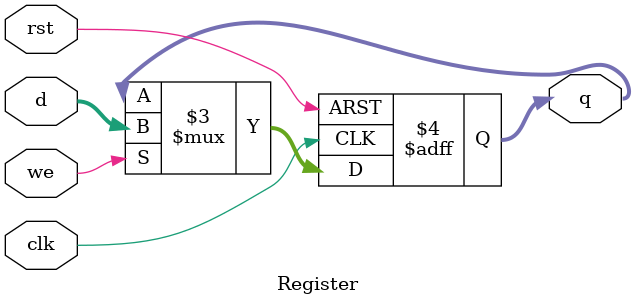
<source format=v>
/*
    CompEng 361 - Northwestern Unviersity

    Mini LC3 Microcoded Control

    Described in Lecture 08 (10/21/2024)

    Supports:
     - Operate (ADD,AND,NOT)
     - Memory Transfer (LD/ST)
     - Control (JMP)

    Extended to support instructions:
     - BR, LDR, STR

    This is a really simple microcoded design which is very similar to the
    multicycle (FSM) control that we saw previously.
 
    The biggest difference is that our FSM design was a Mealy machine.
    What we have here is equivalent to us converting that Mealy machine to a Moore machine
    by adding states so that output is only a function of current state.
    Then converting it to a microcoded implmentation.

    The design does not support self-modifying code.

*/

`define WORD_WIDTH  16
`define REG_COUNT 8
`define OP_SIZE 2
`define RF_ADDR_WIDTH 3
`define MEM_SIZE 65536
`define FN_SIZE 2

`define ADD_OPCODE 4'b0001
`define AND_OPCODE 4'b0101
`define LD_OPCODE 4'b0010
`define ST_OPCODE 4'b0011
`define NOT_OPCODE 4'b1001
`define JMP_OPCODE 4'b1100
`define BR_OPCODE  4'b0000
`define LDR_OPCODE 4'b0110
`define STR_OPCODE 4'b0111

`define UOP_CONTROL_WIDTH 16
`define OPCODE_WIDTH 4
`define STATE_WIDTH  5

module LC3DataPath(
        output [15:0] addr,
        output [15:0] dataWrite,
        input  [15:0] dataRead,
        output dataWrEn,
        input clk, input rst);

    parameter StartAddr = 16'h3000;

   
    wire [`WORD_WIDTH-1:0] SR1_out, SR2_out, DR_in;
    wire [`RF_ADDR_WIDTH-1:0] SR1, SR2, DR;
    wire [`WORD_WIDTH-1:0] IR;
    wire [`WORD_WIDTH-1:0] alu_out, alu_opa, alu_opb;
    wire [`WORD_WIDTH-1:0] PC, NPC, PC_plus_one;
    wire [`WORD_WIDTH-1:0] immediate, offset, offset6;
    wire [1:0] alu_fn;

    wire [3:0] opcode;

    wire [`STATE_WIDTH-1:0] state, next_state;
    wire IR_we, PC_we, NZP_we;

    wire  addr_sel, DR_sel;

    wire [`UOP_CONTROL_WIDTH-1:0] control_word;
    wire [`STATE_WIDTH-1:0] dispatch_state;
    wire [1:0] state_sel;

    wire alu_opa_sel;
    wire [1:0] alu_opb_sel;
    wire branch_taken, BR_sel;

    // NZP Flags
    wire N, Z, P; // NZP flags are now wires
    wire [2:0] NZP, nzp_in; // Input value for NZP flags

    assign {P, Z, N} = NZP;

    assign invalid_op = (opcode != `ADD_OPCODE) &&
                        (opcode != `AND_OPCODE) && (opcode != `NOT_OPCODE) &&
                        (opcode != `LD_OPCODE)  && (opcode != `ST_OPCODE)  &&
                        (opcode != `JMP_OPCODE) && (opcode != `BR_OPCODE)  &&
                        (opcode != `LDR_OPCODE)  && (opcode != `STR_OPCODE);
   
      /*  state_sel:
            00 => state + 1
            01 => from dispatch rom
            otherwise => restart (fetch)
       */
    assign next_state = (state_sel == 2'b00) ? state + 1 :
                        (state_sel == 2'b01) ? dispatch_state :
                        5'b0000;


    // Basic decode fields
    assign opcode = IR[15:12];
    assign SR1 = IR[8:6];
    assign SR2 = (dataWrEn) ? DR : IR[2:0]; // If ST or STR then SR2 = DR, else SR2 = Standard SR2
    assign DR = IR[11:9];


    // Various datapath muxes
    assign addr       = (addr_sel) ? PC : alu_out;
    assign dataWrite  = SR2_out;
    assign alu_opa    = (alu_opa_sel) ? PC_plus_one : SR1_out;
    assign alu_opb    = (alu_opb_sel == 2'b11) ? offset :
                        (alu_opb_sel == 2'b10) ? offset6 :
                        (alu_opb_sel == 2'b01) ? immediate :
                        SR2_out;
    assign DR_in      = (DR_sel) ? dataRead : alu_out;

    // sign extend immediate and offset
    assign immediate = {{12{IR[4]}}, IR[3:0]};
    assign offset = {{8{IR[8]}}, IR[7:0]};
    assign offset6 = {{10{IR[5]}}, IR[5:0]};

    // Next PC Logic
    assign PC_plus_one = PC + 1;
    assign branch_taken = (BR_sel && ((IR[11] & N) | (IR[10] & Z) | (IR[9] & P)));
    assign NPC = (NPC_sel) ? SR1_out : 
                 (branch_taken) ? alu_out :
                 PC_plus_one;

    // Control word for microcode
    assign {IR_we, PC_we, DR_we, dataWrEn, alu_fn, 
     addr_sel, alu_opa_sel, alu_opb_sel, DR_sel,
     NPC_sel, state_sel, NZP_we, BR_sel}   = control_word;

    // Define NZP flags based on the result of the DR_in value
    assign nzp_in[0] = (DR_in[15] == 1'b1);               // N flag: Negative
    assign nzp_in[1] = (DR_in == 16'b0);                  // Z flag: Zero
    assign nzp_in[2] = (DR_in[15] == 1'b0 && DR_in != 0); // P flag: Positive

   // Dispatch ROM
   DispatchROM  DPROM(.state(dispatch_state),
          .opcode(opcode),
          .immediate(IR[5]));

   // Primary Microcode ROM
   UopROM UROM( .control_word(control_word),
    .state(state));
   
   
    RegFile RF( .SrcAddr1(SR1), .SrcData1(SR1_out), .SrcAddr2(SR2), .SrcData2(SR2_out), 
                .DstAddr(DR), .DstData(DR_in),
                .WriteEn(DR_we), .clk(clk));

    ALU LC3ALU( .result(alu_out),
                .opA(alu_opa),
                .opB(alu_opb),
                .fn(alu_fn));

    // The PC
    Register #(16,StartAddr)  PC_REG (.q(PC),     
                                      .d(NPC), 
                                      .we(PC_we),
                                      .clk(clk),
                                      .rst(rst));

    // The Instruction Register
    Register #(16)  IR_REG (.q(IR),
                            .d(dataRead),
                            .we(IR_we),
                            .clk(clk),
                            .rst(rst));

    // Control Register
    Register #(5) CONTRL_REG (.q(state),
                              .d(next_state),
                              .we(1'b1),
                              .clk(clk),
                              .rst(rst));
    
    // NZP Registers
    Register #(3) NZP_REG (.q(NZP),
                           .d(nzp_in),
                           .we(NZP_we),
                           .clk(clk),
                           .rst(rst));

endmodule // LC3DataPath

module UopROM(
        output [`UOP_CONTROL_WIDTH-1:0] control_word,
        input [`STATE_WIDTH-1:0]         state);
   reg [`UOP_CONTROL_WIDTH-1:0]         control_word;
   

    /* Control Word = {
           IR_we, PC_we, DR_we, dataWrEn, 
           alu_fn[1:0], 
           addr_sel, alu_opa_sel, alu_opb_sel[1:0], DR_sel,
     NPC_sel, state_sel, NZP_we, BR_sel}
     */

   
   always @* begin
     case (state)
       5'b00000: control_word = 16'b1000001000000000; // FETCH
       5'b00001: control_word = 16'b0000000000000100; // DECODE
       5'b00010: control_word = 16'b0100000000011100; // JMP
       5'b00011: control_word = 16'b0110110000001110; // NOT
       5'b00100: control_word = 16'b0110000001001110; // ADDI
       5'b00101: control_word = 16'b0110000000001110; // ADDR
       5'b00110: control_word = 16'b0110100001001110; // ANDI
       5'b00111: control_word = 16'b0110100000001110; // ANDR
       5'b01000: control_word = 16'b0000000111000000; // LD 0
       5'b01001: control_word = 16'b0110000111101110; // LD 1
       5'b01010: control_word = 16'b0000000010000000; // LDR 0
       5'b01011: control_word = 16'b0110000010101110; // LDR 1
       5'b01100: control_word = 16'b0000000111000000; // ST 0
       5'b01101: control_word = 16'b0101000111001100; // ST 1
       5'b01110: control_word = 16'b0000000010000000; // STR 0
       5'b01111: control_word = 16'b0101000010001100; // STR 1
       5'b10000: control_word = 16'b0000000111000000; // BR 0
       5'b10001: control_word = 16'b0100000111001101; // BR 0
       default: control_word = 0;
     endcase // case (state)
   end // always @ *

endmodule // UopROM

module DispatchROM(
       output [`STATE_WIDTH-1:0] state,
       input [`OPCODE_WIDTH-1:0] opcode,
       input          immediate);
   reg [`STATE_WIDTH-1:0]          state;
   
   always @* begin
     casex ({opcode,immediate})
       5'b00010: state = 5'b00101; // ADDR
       5'b00011: state = 5'b00100; // ADDI
       5'b01010: state = 5'b00111; // ANDR
       5'b01011: state = 5'b00110; // ANDI
       5'b1001x: state = 5'b00011; // NOT
       5'b1100x: state = 5'b00010; // JMP
       5'b0010x: state = 5'b01000; // LD
       5'b0011x: state = 5'b01100; // ST
       5'b0000x: state = 5'b10000; // BR
       5'b0110x: state = 5'b01010; // LDR
       5'b0111x: state = 5'b01110; // STR
       default: state = 0;
     endcase // casex ({opcode,immediate})
   end // always @ *

endmodule // DispatchROM


module LC3Memory(
    input [`WORD_WIDTH-1:0] addr, 
    input [`WORD_WIDTH-1:0] DataWrite, 
    output [`WORD_WIDTH-1:0] DataRead,
    input WriteEn, 
    input clk);

    reg [`WORD_WIDTH-1:0] mem[0:`MEM_SIZE-1];

    assign DataRead = mem[addr];

    always @ (posedge clk) begin
        if (WriteEn)
            mem[addr] <= DataWrite;
    end


endmodule

module RegFile(
    input [`RF_ADDR_WIDTH-1:0] SrcAddr1, 
    output [`WORD_WIDTH-1:0] SrcData1, 
    input [`RF_ADDR_WIDTH-1:0] SrcAddr2, 
    output [`WORD_WIDTH-1:0] SrcData2, 
    input [`RF_ADDR_WIDTH-1:0] DstAddr,
    input [`WORD_WIDTH-1:0] DstData,
    input WriteEn, 
    input clk);

    reg [`WORD_WIDTH-1:0] mem[0:`REG_COUNT-1];

    assign SrcData1 = mem[SrcAddr1];
    assign SrcData2 = mem[SrcAddr2];

    always @ (posedge clk)
        if (WriteEn)
            mem[DstAddr] <= DstData;
endmodule

module ALU(
    output [`WORD_WIDTH-1:0] result,
    input [`WORD_WIDTH-1:0] opA,
    input [`WORD_WIDTH-1:0] opB,
    input [`FN_SIZE-1:0] fn);

    wire [`WORD_WIDTH-1:0] addResult, andResult, notResult;

    assign addResult = opA + opB;
    assign andResult = opA & opB;
    assign notResult = ~opA;

    assign result = (fn == 2'b11) ? notResult : 
        (fn[1] == 1'b0) ? addResult : andResult;

endmodule

module Register(
    output [width-1:0] q, 
    input [width-1:0] d,
    input we,
    input clk,
    input rst);
    parameter width = 16;
    parameter rst_value = 0;

    reg [width-1:0] q;

    always @ (posedge clk or negedge rst)
        if (~rst)
            q <= rst_value;
        else 
            q <= (we) ? d : q;

endmodule

</source>
